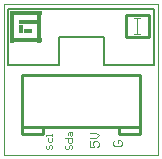
<source format=gto>
G75*
%MOIN*%
%OFA0B0*%
%FSLAX25Y25*%
%IPPOS*%
%LPD*%
%AMOC8*
5,1,8,0,0,1.08239X$1,22.5*
%
%ADD10C,0.00000*%
%ADD11C,0.00400*%
%ADD12C,0.01000*%
%ADD13C,0.00200*%
%ADD14C,0.00300*%
%ADD15C,0.00500*%
%ADD16C,0.00600*%
%ADD17R,0.01500X0.10500*%
%ADD18R,0.10500X0.01500*%
%ADD19R,0.06000X0.01500*%
%ADD20R,0.01500X0.03000*%
%ADD21R,0.03000X0.01500*%
D10*
X0005000Y0010000D02*
X0005000Y0060361D01*
X0056501Y0060361D01*
X0056470Y0009970D01*
X0005000Y0010000D01*
D11*
X0048500Y0050500D02*
X0050235Y0050500D01*
X0049367Y0050500D02*
X0049367Y0055704D01*
X0048500Y0055704D02*
X0050235Y0055704D01*
D12*
X0053300Y0056800D02*
X0045800Y0056800D01*
X0045800Y0049300D01*
X0053300Y0049300D01*
X0053300Y0056800D01*
X0050485Y0036661D02*
X0011115Y0036661D01*
X0011115Y0019339D01*
X0011115Y0016976D01*
X0018202Y0016976D01*
X0018202Y0019339D01*
X0043398Y0019339D01*
X0043398Y0016976D01*
X0050485Y0016976D01*
X0050485Y0019339D01*
X0050485Y0036661D01*
X0050485Y0033906D02*
X0050485Y0022094D01*
X0050485Y0019339D02*
X0043398Y0019339D01*
X0018202Y0019339D02*
X0011115Y0019339D01*
D13*
X0018998Y0016787D02*
X0018998Y0016420D01*
X0018998Y0016787D02*
X0021200Y0016787D01*
X0021200Y0016420D02*
X0021200Y0017154D01*
X0021200Y0015678D02*
X0021200Y0014577D01*
X0020833Y0014210D01*
X0020099Y0014210D01*
X0019732Y0014577D01*
X0019732Y0015678D01*
X0019365Y0013468D02*
X0018998Y0013101D01*
X0018998Y0012367D01*
X0019365Y0012000D01*
X0019732Y0012000D01*
X0020099Y0012367D01*
X0020099Y0013101D01*
X0020466Y0013468D01*
X0020833Y0013468D01*
X0021200Y0013101D01*
X0021200Y0012367D01*
X0020833Y0012000D01*
X0025498Y0012267D02*
X0025865Y0011900D01*
X0026232Y0011900D01*
X0026599Y0012267D01*
X0026599Y0013001D01*
X0026966Y0013368D01*
X0027333Y0013368D01*
X0027700Y0013001D01*
X0027700Y0012267D01*
X0027333Y0011900D01*
X0025865Y0013368D02*
X0025498Y0013001D01*
X0025498Y0012267D01*
X0026599Y0014110D02*
X0026232Y0014477D01*
X0026232Y0015578D01*
X0026232Y0016687D02*
X0026232Y0017421D01*
X0026599Y0017788D01*
X0027700Y0017788D01*
X0027700Y0016687D01*
X0027333Y0016320D01*
X0026966Y0016687D01*
X0026966Y0017788D01*
X0027700Y0015578D02*
X0025498Y0015578D01*
X0026599Y0014110D02*
X0027333Y0014110D01*
X0027700Y0014477D01*
X0027700Y0015578D01*
D14*
X0033648Y0015597D02*
X0035583Y0015597D01*
X0036550Y0016564D01*
X0035583Y0017531D01*
X0033648Y0017531D01*
X0033648Y0014585D02*
X0033648Y0012650D01*
X0035099Y0012650D01*
X0034615Y0013617D01*
X0034615Y0014101D01*
X0035099Y0014585D01*
X0036066Y0014585D01*
X0036550Y0014101D01*
X0036550Y0013134D01*
X0036066Y0012650D01*
X0041448Y0013434D02*
X0041931Y0012950D01*
X0043866Y0012950D01*
X0044350Y0013434D01*
X0044350Y0014401D01*
X0043866Y0014885D01*
X0042899Y0014885D01*
X0042899Y0013917D01*
X0041931Y0014885D02*
X0041448Y0014401D01*
X0041448Y0013434D01*
D15*
X0011115Y0024063D02*
X0011115Y0031937D01*
D16*
X0006391Y0039957D02*
X0023320Y0039957D01*
X0023320Y0049313D01*
X0038280Y0049313D01*
X0038280Y0039957D01*
X0055209Y0039957D01*
X0055209Y0058643D01*
X0006391Y0058643D01*
X0006391Y0039957D01*
D17*
X0007850Y0052750D03*
X0016850Y0052750D03*
D18*
X0012350Y0048250D03*
X0012350Y0057250D03*
D19*
X0013100Y0054250D03*
D20*
X0010850Y0052000D03*
D21*
X0013100Y0051250D03*
M02*

</source>
